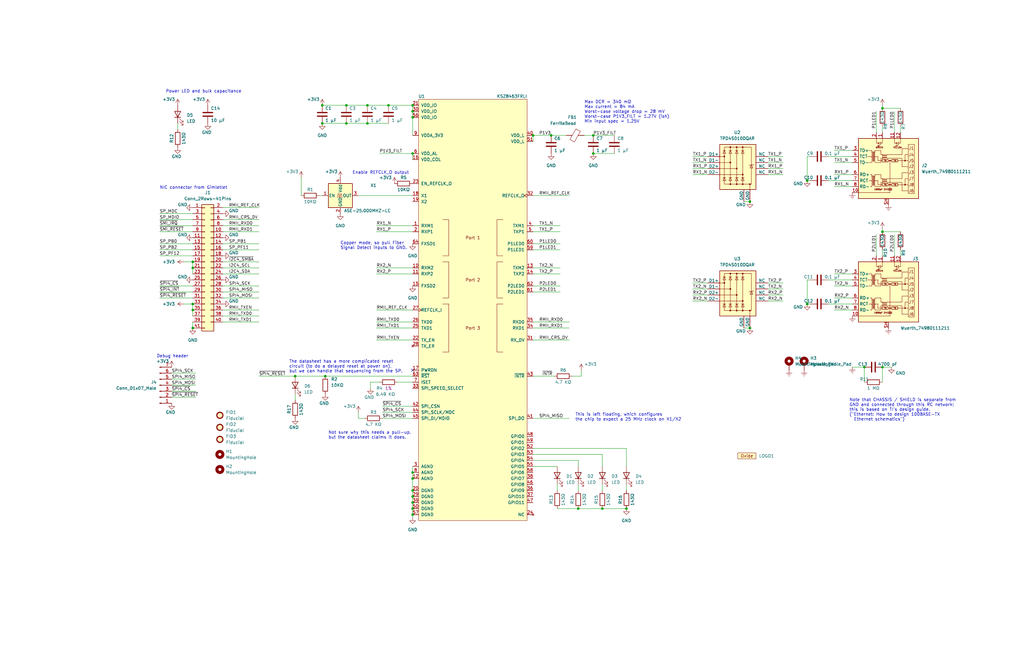
<source format=kicad_sch>
(kicad_sch (version 20211123) (generator eeschema)
  (paper "B")
  (title_block (title "Gimletlet NIC 2") (rev "A01") (company "Oxide Computer Company"))
  (junction (at 316.23 85.09))
  (junction (at 146.05 52.07))
  (junction (at 173.99 64.77))
  (junction (at 81.28 130.81))
  (junction (at 173.99 199.39))
  (junction (at 163.83 44.45))
  (junction (at 173.99 209.55))
  (junction (at 173.99 46.99))
  (junction (at 250.19 57.15))
  (junction (at 81.28 128.27))
  (junction (at 264.16 214.63))
  (junction (at 81.28 113.03))
  (junction (at 250.19 64.77))
  (junction (at 173.99 214.63))
  (junction (at 173.99 212.09))
  (junction (at 372.11 45.72))
  (junction (at 154.94 44.45))
  (junction (at 81.28 110.49))
  (junction (at 81.28 138.43))
  (junction (at 173.99 49.53))
  (junction (at 316.23 138.43))
  (junction (at 340.36 128.27))
  (junction (at 243.84 214.63))
  (junction (at 340.36 76.2))
  (junction (at 173.99 207.01))
  (junction (at 224.79 57.15))
  (junction (at 372.11 154.94))
  (junction (at 124.46 158.75))
  (junction (at 173.99 217.17))
  (junction (at 146.05 44.45))
  (junction (at 364.49 154.94))
  (junction (at 232.41 57.15))
  (junction (at 254 214.63))
  (junction (at 135.89 44.45))
  (junction (at 154.94 52.07))
  (junction (at 135.89 52.07))
  (junction (at 137.16 158.75))
  (junction (at 372.11 97.79))
  (junction (at 173.99 44.45))
  (junction (at 173.99 201.93))
  (no_connect (at 173.99 156.21))
  (wire (pts (xy 224.79 115.57) (xy 236.22 115.57)))
  (wire (pts (xy 341.63 66.04) (xy 340.36 66.04)))
  (wire (pts (xy 93.98 135.89) (xy 109.22 135.89)))
  (wire (pts (xy 93.98 120.65) (xy 109.22 120.65)))
  (wire (pts (xy 234.95 207.01) (xy 234.95 204.47)))
  (wire (pts (xy 375.92 154.94) (xy 372.11 154.94)))
  (wire (pts (xy 264.16 189.23) (xy 264.16 196.85)))
  (wire (pts (xy 250.19 64.77) (xy 259.08 64.77)))
  (wire (pts (xy 224.79 113.03) (xy 236.22 113.03)))
  (wire (pts (xy 243.84 194.31) (xy 243.84 196.85)))
  (wire (pts (xy 224.79 194.31) (xy 243.84 194.31)))
  (wire (pts (xy 292.1 121.92) (xy 298.45 121.92)))
  (wire (pts (xy 323.85 71.12) (xy 330.2 71.12)))
  (wire (pts (xy 224.79 138.43) (xy 240.03 138.43)))
  (wire (pts (xy 224.79 82.55) (xy 240.03 82.55)))
  (wire (pts (xy 161.29 176.53) (xy 173.99 176.53)))
  (wire (pts (xy 292.1 68.58) (xy 298.45 68.58)))
  (wire (pts (xy 224.79 176.53) (xy 240.03 176.53)))
  (wire (pts (xy 369.57 46.99) (xy 369.57 55.88)))
  (wire (pts (xy 379.73 105.41) (xy 379.73 107.95)))
  (wire (pts (xy 372.11 53.34) (xy 372.11 55.88)))
  (wire (pts (xy 254 191.77) (xy 254 196.85)))
  (wire (pts (xy 67.31 125.73) (xy 81.28 125.73)))
  (wire (pts (xy 173.99 46.99) (xy 173.99 44.45)))
  (wire (pts (xy 93.98 97.79) (xy 109.22 97.79)))
  (wire (pts (xy 224.79 191.77) (xy 254 191.77)))
  (wire (pts (xy 340.36 66.04) (xy 340.36 76.2)))
  (wire (pts (xy 135.89 52.07) (xy 146.05 52.07)))
  (wire (pts (xy 224.79 120.65) (xy 236.22 120.65)))
  (wire (pts (xy 292.1 71.12) (xy 298.45 71.12)))
  (wire (pts (xy 173.99 214.63) (xy 173.99 217.17)))
  (wire (pts (xy 323.85 68.58) (xy 330.2 68.58)))
  (wire (pts (xy 349.25 118.11) (xy 359.41 118.11)))
  (wire (pts (xy 93.98 113.03) (xy 109.22 113.03)))
  (wire (pts (xy 67.31 120.65) (xy 81.28 120.65)))
  (wire (pts (xy 81.28 135.89) (xy 81.28 138.43)))
  (wire (pts (xy 156.21 163.83) (xy 156.21 161.29)))
  (wire (pts (xy 137.16 158.75) (xy 173.99 158.75)))
  (wire (pts (xy 93.98 87.63) (xy 109.22 87.63)))
  (wire (pts (xy 173.99 212.09) (xy 173.99 214.63)))
  (wire (pts (xy 292.1 124.46) (xy 298.45 124.46)))
  (wire (pts (xy 349.25 76.2) (xy 359.41 76.2)))
  (wire (pts (xy 109.22 158.75) (xy 124.46 158.75)))
  (wire (pts (xy 379.73 53.34) (xy 379.73 55.88)))
  (wire (pts (xy 81.28 115.57) (xy 81.28 113.03)))
  (wire (pts (xy 323.85 121.92) (xy 330.2 121.92)))
  (wire (pts (xy 323.85 127) (xy 330.2 127)))
  (wire (pts (xy 377.19 46.99) (xy 377.19 55.88)))
  (wire (pts (xy 224.79 59.69) (xy 224.79 57.15)))
  (wire (pts (xy 93.98 130.81) (xy 109.22 130.81)))
  (wire (pts (xy 173.99 199.39) (xy 173.99 201.93)))
  (wire (pts (xy 224.79 105.41) (xy 236.22 105.41)))
  (wire (pts (xy 351.79 73.66) (xy 359.41 73.66)))
  (wire (pts (xy 372.11 96.52) (xy 372.11 97.79)))
  (wire (pts (xy 351.79 120.65) (xy 359.41 120.65)))
  (wire (pts (xy 163.83 44.45) (xy 154.94 44.45)))
  (wire (pts (xy 349.25 128.27) (xy 359.41 128.27)))
  (wire (pts (xy 372.11 45.72) (xy 379.73 45.72)))
  (wire (pts (xy 224.79 135.89) (xy 240.03 135.89)))
  (wire (pts (xy 377.19 99.06) (xy 377.19 107.95)))
  (wire (pts (xy 173.99 207.01) (xy 173.99 209.55)))
  (wire (pts (xy 241.3 158.75) (xy 245.11 158.75)))
  (wire (pts (xy 245.11 158.75) (xy 245.11 156.21)))
  (wire (pts (xy 158.75 95.25) (xy 173.99 95.25)))
  (wire (pts (xy 173.99 64.77) (xy 173.99 67.31)))
  (wire (pts (xy 81.28 113.03) (xy 81.28 110.49)))
  (wire (pts (xy 67.31 95.25) (xy 81.28 95.25)))
  (wire (pts (xy 359.41 154.94) (xy 364.49 154.94)))
  (wire (pts (xy 372.11 105.41) (xy 372.11 107.95)))
  (wire (pts (xy 264.16 207.01) (xy 264.16 204.47)))
  (wire (pts (xy 158.75 135.89) (xy 173.99 135.89)))
  (wire (pts (xy 93.98 105.41) (xy 109.22 105.41)))
  (wire (pts (xy 349.25 66.04) (xy 359.41 66.04)))
  (wire (pts (xy 341.63 76.2) (xy 340.36 76.2)))
  (wire (pts (xy 154.94 44.45) (xy 146.05 44.45)))
  (wire (pts (xy 292.1 127) (xy 298.45 127)))
  (wire (pts (xy 313.69 85.09) (xy 316.23 85.09)))
  (wire (pts (xy 323.85 73.66) (xy 330.2 73.66)))
  (wire (pts (xy 93.98 123.19) (xy 109.22 123.19)))
  (wire (pts (xy 124.46 168.91) (xy 124.46 166.37)))
  (wire (pts (xy 93.98 95.25) (xy 109.22 95.25)))
  (wire (pts (xy 351.79 125.73) (xy 359.41 125.73)))
  (wire (pts (xy 224.79 196.85) (xy 234.95 196.85)))
  (wire (pts (xy 254 207.01) (xy 254 204.47)))
  (wire (pts (xy 254 214.63) (xy 264.16 214.63)))
  (wire (pts (xy 224.79 123.19) (xy 236.22 123.19)))
  (wire (pts (xy 151.13 173.99) (xy 151.13 176.53)))
  (wire (pts (xy 173.99 49.53) (xy 173.99 57.15)))
  (wire (pts (xy 246.38 57.15) (xy 250.19 57.15)))
  (wire (pts (xy 160.02 64.77) (xy 173.99 64.77)))
  (wire (pts (xy 67.31 105.41) (xy 81.28 105.41)))
  (wire (pts (xy 161.29 173.99) (xy 173.99 173.99)))
  (wire (pts (xy 151.13 176.53) (xy 153.67 176.53)))
  (wire (pts (xy 93.98 110.49) (xy 109.22 110.49)))
  (wire (pts (xy 313.69 138.43) (xy 316.23 138.43)))
  (wire (pts (xy 351.79 130.81) (xy 359.41 130.81)))
  (wire (pts (xy 340.36 118.11) (xy 340.36 128.27)))
  (wire (pts (xy 67.31 107.95) (xy 81.28 107.95)))
  (wire (pts (xy 72.39 162.56) (xy 82.55 162.56)))
  (wire (pts (xy 93.98 125.73) (xy 109.22 125.73)))
  (wire (pts (xy 250.19 57.15) (xy 259.08 57.15)))
  (wire (pts (xy 67.31 97.79) (xy 81.28 97.79)))
  (wire (pts (xy 156.21 161.29) (xy 160.02 161.29)))
  (wire (pts (xy 81.28 130.81) (xy 81.28 128.27)))
  (wire (pts (xy 146.05 52.07) (xy 154.94 52.07)))
  (wire (pts (xy 124.46 158.75) (xy 137.16 158.75)))
  (wire (pts (xy 158.75 130.81) (xy 173.99 130.81)))
  (wire (pts (xy 67.31 123.19) (xy 81.28 123.19)))
  (wire (pts (xy 93.98 92.71) (xy 109.22 92.71)))
  (wire (pts (xy 72.39 165.1) (xy 82.55 165.1)))
  (wire (pts (xy 340.36 118.11) (xy 341.63 118.11)))
  (wire (pts (xy 364.49 154.94) (xy 364.49 161.29)))
  (wire (pts (xy 77.47 128.27) (xy 81.28 128.27)))
  (wire (pts (xy 224.79 102.87) (xy 236.22 102.87)))
  (wire (pts (xy 243.84 214.63) (xy 254 214.63)))
  (wire (pts (xy 161.29 171.45) (xy 173.99 171.45)))
  (wire (pts (xy 224.79 95.25) (xy 236.22 95.25)))
  (wire (pts (xy 154.94 52.07) (xy 163.83 52.07)))
  (wire (pts (xy 67.31 92.71) (xy 81.28 92.71)))
  (wire (pts (xy 351.79 115.57) (xy 359.41 115.57)))
  (wire (pts (xy 67.31 90.17) (xy 81.28 90.17)))
  (wire (pts (xy 232.41 57.15) (xy 238.76 57.15)))
  (wire (pts (xy 351.79 78.74) (xy 359.41 78.74)))
  (wire (pts (xy 93.98 115.57) (xy 109.22 115.57)))
  (wire (pts (xy 93.98 102.87) (xy 109.22 102.87)))
  (wire (pts (xy 243.84 207.01) (xy 243.84 204.47)))
  (wire (pts (xy 323.85 119.38) (xy 330.2 119.38)))
  (wire (pts (xy 158.75 97.79) (xy 173.99 97.79)))
  (wire (pts (xy 167.64 161.29) (xy 173.99 161.29)))
  (wire (pts (xy 158.75 138.43) (xy 173.99 138.43)))
  (wire (pts (xy 224.79 158.75) (xy 233.68 158.75)))
  (wire (pts (xy 93.98 133.35) (xy 109.22 133.35)))
  (wire (pts (xy 224.79 143.51) (xy 240.03 143.51)))
  (wire (pts (xy 74.93 54.61) (xy 74.93 52.07)))
  (wire (pts (xy 292.1 66.04) (xy 298.45 66.04)))
  (wire (pts (xy 292.1 73.66) (xy 298.45 73.66)))
  (wire (pts (xy 372.11 97.79) (xy 379.73 97.79)))
  (wire (pts (xy 351.79 63.5) (xy 359.41 63.5)))
  (wire (pts (xy 224.79 189.23) (xy 264.16 189.23)))
  (wire (pts (xy 173.99 44.45) (xy 163.83 44.45)))
  (wire (pts (xy 173.99 49.53) (xy 173.99 46.99)))
  (wire (pts (xy 323.85 66.04) (xy 330.2 66.04)))
  (wire (pts (xy 72.39 167.64) (xy 82.55 167.64)))
  (wire (pts (xy 372.11 154.94) (xy 372.11 161.29)))
  (wire (pts (xy 158.75 143.51) (xy 173.99 143.51)))
  (wire (pts (xy 340.36 128.27) (xy 341.63 128.27)))
  (wire (pts (xy 151.13 82.55) (xy 173.99 82.55)))
  (wire (pts (xy 77.47 110.49) (xy 81.28 110.49)))
  (wire (pts (xy 234.95 214.63) (xy 243.84 214.63)))
  (wire (pts (xy 67.31 102.87) (xy 81.28 102.87)))
  (wire (pts (xy 224.79 57.15) (xy 232.41 57.15)))
  (wire (pts (xy 173.99 196.85) (xy 173.99 199.39)))
  (wire (pts (xy 72.39 160.02) (xy 82.55 160.02)))
  (wire (pts (xy 351.79 68.58) (xy 359.41 68.58)))
  (wire (pts (xy 173.99 209.55) (xy 173.99 212.09)))
  (wire (pts (xy 158.75 113.03) (xy 173.99 113.03)))
  (wire (pts (xy 173.99 201.93) (xy 173.99 207.01)))
  (wire (pts (xy 323.85 124.46) (xy 330.2 124.46)))
  (wire (pts (xy 127 74.93) (xy 127 82.55)))
  (wire (pts (xy 72.39 157.48) (xy 82.55 157.48)))
  (wire (pts (xy 369.57 99.06) (xy 369.57 107.95)))
  (wire (pts (xy 173.99 217.17) (xy 173.99 218.44)))
  (wire (pts (xy 292.1 119.38) (xy 298.45 119.38)))
  (wire (pts (xy 81.28 133.35) (xy 81.28 130.81)))
  (wire (pts (xy 372.11 45.72) (xy 372.11 44.45)))
  (wire (pts (xy 224.79 97.79) (xy 236.22 97.79)))
  (wire (pts (xy 146.05 44.45) (xy 135.89 44.45)))
  (wire (pts (xy 158.75 115.57) (xy 173.99 115.57)))
  (wire (pts (xy 134.62 82.55) (xy 135.89 82.55)))
  (text "Note that CHASSIS / SHIELD is separate from\nGND and connected through this RC network;\nthis is based on TI's design guide.\n(\"Ethernet: How to design 100BASE-TX\n  Ethernet schematics\")" (at 358.14 177.8 0) (effects (font (size 1.27 1.27)) (justify left bottom)))
  (text "Enable REFCLK_O output" (at 148.59 73.66 0) (effects (font (size 1.27 1.27)) (justify left bottom)))
  (text "The datasheet has a more complicated reset\ncircuit (to do a delayed reset at power on),\nbut we can handle that sequencing from the SP." (at 121.92 157.48 0) (effects (font (size 1.27 1.27)) (justify left bottom)))
  (text "Not sure why this needs a pull-up,\nbut the datasheet claims it does." (at 138.43 185.42 0) (effects (font (size 1.27 1.27)) (justify left bottom)))
  (text "Debug header" (at 66.04 151.13 0) (effects (font (size 1.27 1.27)) (justify left bottom)))
  (text "Copper mode, so pull Fiber\nSignal Detect inputs to GND." (at 143.51 105.41 0) (effects (font (size 1.27 1.27)) (justify left bottom)))
  (text "Max DCR = 340 mΩ\nMax current = 84 mA\nWorst-case voltage drop = 28 mV\nWorst-case P1V3_FILT = 1.27V (ish)\nMin input spec = 1.25V" (at 246.38 52.07 0) (effects (font (size 1.27 1.27)) (justify left bottom)))
  (text "This is left floating, which configures\nthe chip to expect a 25 MHz clock on X1/X2" (at 242.57 177.8 0) (effects (font (size 1.27 1.27)) (justify left bottom)))
  (text "NIC connector from Gimletlet" (at 67.31 80.01 0) (effects (font (size 1.27 1.27)) (justify left bottom)))
  (text "Power LED and bulk capacitance" (at 69.85 39.37 0) (effects (font (size 1.27 1.27)) (justify left bottom)))
  (label "SPI4_MISO" (at 96.52 123.19 0))
  (label "I2C4_SCL" (at 96.52 113.03 0))
  (label "~{SPI4_CS}" (at 72.39 165.1 0))
  (label "TX2_N" (at 292.1 121.92 0))
  (label "TX1_P" (at 292.1 66.04 0))
  (label "RX1_N" (at 292.1 73.66 0))
  (label "RX2_P" (at 158.75 115.57 0))
  (label "~{SPI4_RESET}" (at 72.39 167.64 0))
  (label "RX1_N" (at 323.85 73.66 0))
  (label "~{SMI_IRQ}" (at 67.31 95.25 0))
  (label "P1LED0" (at 377.19 46.99 270))
  (label "TX2_N" (at 227.33 113.03 0))
  (label "RX2_N" (at 351.79 130.81 0))
  (label "RMII_CRS_DV" (at 96.52 92.71 0))
  (label "RMII_RXD1" (at 227.33 138.43 0))
  (label "TX2_P" (at 227.33 115.57 0))
  (label "RMII_TXD0" (at 96.52 133.35 0))
  (label "~{INTR}" (at 228.6 158.75 0))
  (label "SPI4_SCK" (at 161.29 173.99 0))
  (label "RMII_REF_CLK" (at 158.75 130.81 0))
  (label "SP_MDC" (at 67.31 90.17 0))
  (label "RMII_RXD0" (at 96.52 95.25 0))
  (label "RMII_TXD1" (at 96.52 135.89 0))
  (label "~{SPI4_RESET}" (at 67.31 125.73 0))
  (label "TX1_N" (at 351.79 68.58 0))
  (label "SPI4_SCK" (at 72.39 157.48 0))
  (label "TX2_N" (at 351.79 120.65 0))
  (label "TX1_P" (at 351.79 63.5 0))
  (label "RX2_N" (at 292.1 127 0))
  (label "TX1_P" (at 227.33 97.79 0))
  (label "SP_MDIO" (at 67.31 92.71 0))
  (label "TX1_N" (at 227.33 95.25 0))
  (label "SP_PF12" (at 67.31 107.95 0))
  (label "TX2_P" (at 323.85 119.38 0))
  (label "SPI4_MISO" (at 227.33 176.53 0))
  (label "SP_PB1" (at 96.52 102.87 0))
  (label "RMII_TXEN" (at 96.52 130.81 0))
  (label "I2C4_SDA" (at 96.52 115.57 0))
  (label "RMII_CRS_DV" (at 227.33 143.51 0))
  (label "P2LED1" (at 227.33 123.19 0))
  (label "TX1_N" (at 323.85 68.58 0))
  (label "RMII_RXD0" (at 227.33 135.89 0))
  (label "RX1_P" (at 292.1 71.12 0))
  (label "TX1_P" (at 323.85 66.04 0))
  (label "RMII_REF_CLK" (at 227.33 82.55 0))
  (label "TX2_P" (at 351.79 115.57 0))
  (label "RMII_REF_CLK" (at 96.52 87.63 0))
  (label "SPI4_MOSI" (at 72.39 162.56 0))
  (label "P2LED0" (at 227.33 120.65 0))
  (label "~{SPI4_INT}" (at 67.31 123.19 0))
  (label "P1LED1" (at 369.57 46.99 270))
  (label "P1V3_FILT" (at 160.02 64.77 0))
  (label "RX1_P" (at 158.75 97.79 0))
  (label "TX2_N" (at 323.85 121.92 0))
  (label "P1V3" (at 227.33 57.15 0))
  (label "SPI4_MOSI" (at 96.52 125.73 0))
  (label "RX2_N" (at 158.75 113.03 0))
  (label "~{SMI_RESET}" (at 67.31 97.79 0))
  (label "~{SPI4_CS}" (at 161.29 171.45 0))
  (label "RX1_P" (at 351.79 73.66 0))
  (label "RMII_TXD1" (at 158.75 138.43 0))
  (label "RMII_RXD1" (at 96.52 97.79 0))
  (label "P1V3_FILT" (at 250.19 57.15 0))
  (label "RMII_TXEN" (at 158.75 143.51 0))
  (label "P2LED0" (at 377.19 99.06 270))
  (label "RX1_N" (at 158.75 95.25 0))
  (label "RMII_TXD0" (at 158.75 135.89 0))
  (label "P1LED1" (at 227.33 105.41 0))
  (label "RX1_N" (at 351.79 78.74 0))
  (label "~{SPI4_CS}" (at 67.31 120.65 0))
  (label "RX1_P" (at 323.85 71.12 0))
  (label "P1LED0" (at 227.33 102.87 0))
  (label "SP_PB0" (at 67.31 102.87 0))
  (label "SPI4_SCK" (at 96.52 120.65 0))
  (label "TX1_N" (at 292.1 68.58 0))
  (label "SPI4_MOSI" (at 161.29 176.53 0))
  (label "~{I2C4_SMBA}" (at 96.52 110.49 0))
  (label "RX2_P" (at 292.1 124.46 0))
  (label "SPI4_MISO" (at 72.39 160.02 0))
  (label "RX2_N" (at 323.85 127 0))
  (label "RX2_P" (at 323.85 124.46 0))
  (label "RX2_P" (at 351.79 125.73 0))
  (label "P2LED1" (at 369.57 99.06 270))
  (label "SP_PB2" (at 67.31 105.41 0))
  (label "~{SPI4_RESET}" (at 109.22 158.75 0))
  (label "SP_PF11" (at 96.52 105.41 0))
  (label "TX2_P" (at 292.1 119.38 0))
  (symbol (lib_id "power:Earth") (at 374.65 138.43 0) (unit 1)
    (property "Reference" "#PWR035" (effects hide))
    (property "Value" "Earth" (effects hide))
  )
  (symbol (lib_id "Device:C") (at 345.44 66.04 270) (unit 1)
    (property "Reference" "C9" (at 342.9 64.77 90) (effects (justify right)))
    (property "Value" "0.1 µF" (at 354.33 64.77 90) (effects (justify right)))
    (property "Footprint" "Capacitor_SMD:C_0402_1005Metric" (effects hide))
    (property "MFG" "KEMET" (effects hide))
    (property "MPN" "C0402C104K9RAC7867" (effects hide))
  )
  (symbol (lib_id "power:GND") (at 173.99 102.87 0) (unit 1)
    (property "Reference" "#PWR022" (effects hide))
    (property "Value" "GND" (at 173.99 107.95 0))
  )
  (symbol (lib_id "Device:C") (at 135.89 48.26 180) (unit 1)
    (property "Reference" "C1" (at 137.16 45.72 0) (effects (justify right)))
    (property "Value" "1 µF" (at 137.16 50.8 0) (effects (justify right)))
    (property "Footprint" "Capacitor_SMD:C_0402_1005Metric" (effects hide))
    (property "MFG" "KEMET" (effects hide))
    (property "MPN" "C0402C105K9PAC7800" (effects hide))
  )
  (symbol (lib_id "Mechanical:MountingHole") (at 92.71 198.12 0) (unit 1)
    (property "Reference" "H2" (at 95.25 196.8499 0) (effects (justify left)))
    (property "Value" "MountingHole" (at 95.25 199.3899 0) (effects (justify left)))
    (property "Footprint" "MountingHole:MountingHole_3.2mm_M3" (effects hide))
  )
  (symbol (lib_id "power:GND") (at 340.36 128.27 0) (unit 1)
    (property "Reference" "#PWR030" (effects hide))
    (property "Value" "GND" (at 336.55 129.54 0))
  )
  (symbol (lib_id "power:GND") (at 340.36 76.2 0) (unit 1)
    (property "Reference" "#PWR028" (effects hide))
    (property "Value" "GND" (at 336.55 77.47 0))
  )
  (symbol (lib_id "power:GND") (at 143.51 90.17 0) (unit 1)
    (property "Reference" "#PWR018" (effects hide))
    (property "Value" "GND" (at 143.51 95.25 0))
  )
  (symbol (lib_id "Device:LED") (at 74.93 48.26 90) (unit 1)
    (property "Reference" "D5" (at 78.74 48.5774 90) (effects (justify right)))
    (property "Value" "LED" (at 78.74 51.1174 90) (effects (justify right)))
    (property "Footprint" "LED_SMD:LED_0402_1005Metric" (effects hide))
    (property "MFG" "SunLed" (effects hide))
    (property "MPN" "XZVG68W-2" (effects hide))
  )
  (symbol (lib_id "Power protection (Oxide):TPD4S010DQAR") (at 311.15 124.46 0) (unit 1)
    (property "Reference" "U3" (at 310.896 109.22 0))
    (property "Value" "TPD4S010DQAR" (at 310.896 111.76 0))
    (property "Footprint" "Package_SON:USON-10_2.5x1.0mm_P0.5mm" (effects hide))
    (property "Datasheet" "https://www.ti.com/lit/ds/symlink/tpd4s010.pdf" (effects hide))
    (property "MFG" "Texas Instruments" (effects hide))
    (property "MPN" "TPD4S010DQAR" (effects hide))
  )
  (symbol (lib_id "Device:R") (at 157.48 176.53 90) (unit 1)
    (property "Reference" "R3" (at 157.48 173.99 90))
    (property "Value" "4.7 KΩ" (at 157.48 179.07 90))
    (property "Footprint" "Resistor_SMD:R_0402_1005Metric" (effects hide))
    (property "MFG" "TE Connectivity" (effects hide))
    (property "MPN" "CRG0402F4K7" (effects hide))
  )
  (symbol (lib_name "TPD4S010DQAR_1") (lib_id "Power protection (Oxide):TPD4S010DQAR") (at 311.15 71.12 0) (unit 1)
    (property "Reference" "U2" (at 310.896 55.88 0))
    (property "Value" "TPD4S010DQAR" (at 310.896 58.42 0))
    (property "Footprint" "Package_SON:USON-10_2.5x1.0mm_P0.5mm" (effects hide))
    (property "Datasheet" "https://www.ti.com/lit/ds/symlink/tpd4s010.pdf" (effects hide))
    (property "MFG" "Texas Instruments" (effects hide))
    (property "MPN" "TPD4S010DQAR" (effects hide))
  )
  (symbol (lib_id "power:Earth") (at 339.09 156.21 0) (unit 1)
    (property "Reference" "#PWR0101" (effects hide))
    (property "Value" "Earth" (effects hide))
  )
  (symbol (lib_id "Device:C") (at 259.08 60.96 180) (unit 1)
    (property "Reference" "C8" (at 260.35 58.42 0) (effects (justify right)))
    (property "Value" "1 µF" (at 260.35 63.5 0) (effects (justify right)))
    (property "Footprint" "Capacitor_SMD:C_0402_1005Metric" (effects hide))
    (property "MFG" "KEMET" (effects hide))
    (property "MPN" "C0402C105K9PAC7800" (effects hide))
  )
  (symbol (lib_id "Device:R") (at 379.73 101.6 180) (unit 1)
    (property "Reference" "R9" (at 381 106.68 90))
    (property "Value" "143Ω" (at 379.73 101.6 90))
    (property "Footprint" "Resistor_SMD:R_0402_1005Metric" (effects hide))
    (property "MFG" "YAGEO" (effects hide))
    (property "MPN" "RC0402FR-07143RL" (effects hide))
  )
  (symbol (lib_id "Device:C") (at 250.19 60.96 180) (unit 1)
    (property "Reference" "C7" (at 251.46 58.42 0) (effects (justify right)))
    (property "Value" "1 µF" (at 251.46 63.5 0) (effects (justify right)))
    (property "Footprint" "Capacitor_SMD:C_0402_1005Metric" (effects hide))
    (property "MFG" "KEMET" (effects hide))
    (property "MPN" "C0402C105K9PAC7800" (effects hide))
  )
  (symbol (lib_id "Device:LED") (at 264.16 200.66 90) (unit 1)
    (property "Reference" "D4" (at 267.97 200.9774 90) (effects (justify right)))
    (property "Value" "LED" (at 267.97 203.5174 90) (effects (justify right)))
    (property "Footprint" "LED_SMD:LED_0402_1005Metric" (effects hide))
    (property "MFG" "Vishay Semiconductor Opto Division" (effects hide))
    (property "MPN" "VLMB1500-GS08" (effects hide))
  )
  (symbol (lib_id "power:+3.3V") (at 127 74.93 0) (unit 1)
    (property "Reference" "#PWR012" (effects hide))
    (property "Value" "+3.3V" (at 123.19 72.39 0))
  )
  (symbol (lib_id "power:+3.3V") (at 77.47 110.49 90) (unit 1)
    (property "Reference" "#PWR01" (effects hide))
    (property "Value" "+3.3V" (at 71.12 110.49 90))
  )
  (symbol (lib_id "power:GND") (at 173.99 120.65 0) (unit 1)
    (property "Reference" "#PWR023" (effects hide))
    (property "Value" "GND" (at 173.99 125.73 0))
  )
  (symbol (lib_id "Mechanical:MountingHole_Pad") (at 332.74 153.67 0) (unit 1)
    (property "Reference" "H4" (at 335.28 151.1299 0) (effects (justify left)))
    (property "Value" "MountingHole_Pad" (at 335.28 153.6699 0) (effects (justify left)))
    (property "Footprint" "MountingHole:MountingHole_3.2mm_M3_DIN965_Pad" (effects hide))
  )
  (symbol (lib_id "Connector_Generic:Conn_2Rows-41Pins") (at 86.36 113.03 0) (unit 1)
    (property "Reference" "J1" (at 87.63 81.28 0))
    (property "Value" "Conn_2Rows-41Pins" (at 87.63 83.82 0))
    (property "Footprint" "Connectors_0x:DF9-41P-1V" (effects hide))
    (property "MPN" "DF9-41P-1V(69)" (effects hide))
    (property "MFG" "Hirose" (effects hide))
  )
  (symbol (lib_id "power:+3.3V") (at 135.89 44.45 0) (unit 1)
    (property "Reference" "#PWR013" (effects hide))
    (property "Value" "+3.3V" (at 132.08 41.91 0))
  )
  (symbol (lib_id "Device:C") (at 345.44 76.2 270) (unit 1)
    (property "Reference" "C10" (at 342.9 74.93 90) (effects (justify right)))
    (property "Value" "0.1 µF" (at 354.33 74.93 90) (effects (justify right)))
    (property "Footprint" "Capacitor_SMD:C_0402_1005Metric" (effects hide))
    (property "MFG" "KEMET" (effects hide))
    (property "MPN" "C0402C104K9RAC7867" (effects hide))
  )
  (symbol (lib_id "Device:R") (at 170.18 77.47 90) (unit 1)
    (property "Reference" "R5" (at 170.18 74.93 90))
    (property "Value" "10KΩ" (at 170.18 80.01 90))
    (property "Footprint" "Resistor_SMD:R_0402_1005Metric" (effects hide))
    (property "MFG" "TE Connectivity" (effects hide))
    (property "MPN" "CRG0402F10K" (effects hide))
  )
  (symbol (lib_id "Device:R") (at 254 210.82 180) (unit 1)
    (property "Reference" "R15" (at 251.46 210.82 90))
    (property "Value" "143Ω" (at 256.54 210.82 90))
    (property "Footprint" "Resistor_SMD:R_0402_1005Metric" (effects hide))
    (property "MFG" "YAGEO" (effects hide))
    (property "MPN" "RC0402FR-07143RL" (effects hide))
  )
  (symbol (lib_id "Device:R") (at 124.46 172.72 180) (unit 1)
    (property "Reference" "R17" (at 121.92 172.72 90))
    (property "Value" "143Ω" (at 127 172.72 90))
    (property "Footprint" "Resistor_SMD:R_0402_1005Metric" (effects hide))
    (property "MFG" "YAGEO" (effects hide))
    (property "MPN" "RC0402FR-07143RL" (effects hide))
  )
  (symbol (lib_id "power:GND") (at 137.16 166.37 0) (unit 1)
    (property "Reference" "#PWR015" (effects hide))
    (property "Value" "GND" (at 134.62 170.18 0) (effects (justify left)))
  )
  (symbol (lib_id "power:+3.3V") (at 372.11 44.45 0) (unit 1)
    (property "Reference" "#PWR029" (effects hide))
    (property "Value" "+3.3V" (at 368.3 41.91 0))
  )
  (symbol (lib_id "Connector:Conn_01x07_Male") (at 67.31 162.56 0) (mirror x) (unit 1)
    (property "Reference" "J4" (at 66.04 161.2899 0) (effects (justify right)))
    (property "Value" "Conn_01x07_Male" (at 66.04 163.8299 0) (effects (justify right)))
    (property "Footprint" "Connector_PinHeader_2.54mm:PinHeader_1x07_P2.54mm_Vertical" (effects hide))
  )
  (symbol (lib_id "Connector:Wuerth_74980111211") (at 374.65 123.19 0) (mirror y) (unit 1)
    (property "Reference" "J3" (at 384.81 109.22 0) (effects (justify right)))
    (property "Value" "Wuerth_74980111211" (at 379.73 138.43 0) (effects (justify right)))
    (property "Footprint" "Connector_RJ:RJ45_Wuerth_74980111211_Horizontal" (effects hide))
    (property "Datasheet" "https://www.we-online.de/katalog/datasheet/74980111211.pdf" (effects hide))
    (property "MFG" "Würth Elektronik" (effects hide))
    (property "MPN" "74980111211" (effects hide))
  )
  (symbol (lib_id "Device:R") (at 234.95 210.82 180) (unit 1)
    (property "Reference" "R13" (at 232.41 210.82 90))
    (property "Value" "143Ω" (at 237.49 210.82 90))
    (property "Footprint" "Resistor_SMD:R_0402_1005Metric" (effects hide))
    (property "MFG" "YAGEO" (effects hide))
    (property "MPN" "RC0402FR-07143RL" (effects hide))
  )
  (symbol (lib_id "power:Earth") (at 359.41 133.35 0) (unit 1)
    (property "Reference" "#PWR033" (effects hide))
    (property "Value" "Earth" (effects hide))
  )
  (symbol (lib_id "Device:R") (at 379.73 49.53 180) (unit 1)
    (property "Reference" "R7" (at 381 53.34 90))
    (property "Value" "143Ω" (at 379.73 49.53 90))
    (property "Footprint" "Resistor_SMD:R_0402_1005Metric" (effects hide))
    (property "MFG" "YAGEO" (effects hide))
    (property "MPN" "RC0402FR-07143RL" (effects hide))
  )
  (symbol (lib_id "power:GND") (at 375.92 154.94 0) (unit 1)
    (property "Reference" "#PWR037" (effects hide))
    (property "Value" "GND" (at 379.73 157.48 0))
  )
  (symbol (lib_id "Device:LED") (at 243.84 200.66 90) (unit 1)
    (property "Reference" "D2" (at 247.65 200.9774 90) (effects (justify right)))
    (property "Value" "LED" (at 247.65 203.5174 90) (effects (justify right)))
    (property "Footprint" "LED_SMD:LED_0402_1005Metric" (effects hide))
    (property "MFG" "SunLed" (effects hide))
    (property "MPN" "XZMOK68W-2" (effects hide))
  )
  (symbol (lib_id "power:Earth") (at 332.74 156.21 0) (unit 1)
    (property "Reference" "#PWR0102" (effects hide))
    (property "Value" "Earth" (effects hide))
  )
  (symbol (lib_id "power:GND") (at 81.28 118.11 270) (unit 1)
    (property "Reference" "#PWR05" (effects hide))
    (property "Value" "GND" (at 74.93 116.84 90) (effects (justify left)))
  )
  (symbol (lib_id "Device:C") (at 232.41 60.96 180) (unit 1)
    (property "Reference" "C6" (at 233.68 58.42 0) (effects (justify right)))
    (property "Value" "1 µF" (at 233.68 63.5 0) (effects (justify right)))
    (property "Footprint" "Capacitor_SMD:C_0402_1005Metric" (effects hide))
    (property "MFG" "KEMET" (effects hide))
    (property "MPN" "C0402C105K9PAC7800" (effects hide))
  )
  (symbol (lib_id "power:GND") (at 87.63 52.07 0) (unit 1)
    (property "Reference" "#PWR041" (effects hide))
    (property "Value" "GND" (at 85.09 55.88 0) (effects (justify left)))
  )
  (symbol (lib_id "power:+3.3V") (at 372.11 96.52 0) (unit 1)
    (property "Reference" "#PWR031" (effects hide))
    (property "Value" "+3.3V" (at 368.3 93.98 0))
  )
  (symbol (lib_id "Device:C") (at 345.44 128.27 270) (unit 1)
    (property "Reference" "C12" (at 342.9 127 90) (effects (justify right)))
    (property "Value" "0.1 µF" (at 354.33 127 90) (effects (justify right)))
    (property "Footprint" "Capacitor_SMD:C_0402_1005Metric" (effects hide))
    (property "MFG" "KEMET" (effects hide))
    (property "MPN" "C0402C104K9RAC7867" (effects hide))
  )
  (symbol (lib_id "Device:R") (at 74.93 58.42 180) (unit 1)
    (property "Reference" "R12" (at 72.39 58.42 90))
    (property "Value" "143Ω" (at 77.47 58.42 90))
    (property "Footprint" "Resistor_SMD:R_0402_1005Metric" (effects hide))
    (property "MFG" "YAGEO" (effects hide))
    (property "MPN" "RC0402FR-07143RL" (effects hide))
  )
  (symbol (lib_id "power:GND") (at 316.23 138.43 0) (unit 1)
    (property "Reference" "#PWR044" (effects hide))
    (property "Value" "GND" (at 312.42 139.7 0))
  )
  (symbol (lib_id "Device:R") (at 130.81 82.55 90) (unit 1)
    (property "Reference" "R1" (at 130.81 80.01 90))
    (property "Value" "10KΩ" (at 130.81 85.09 90))
    (property "Footprint" "Resistor_SMD:R_0402_1005Metric" (effects hide))
    (property "MFG" "TE Connectivity" (effects hide))
    (property "MPN" "CRG0402F10K" (effects hide))
  )
  (symbol (lib_id "power:GND") (at 93.98 90.17 90) (unit 1)
    (property "Reference" "#PWR07" (effects hide))
    (property "Value" "GND" (at 96.52 88.9 90) (effects (justify right)))
  )
  (symbol (lib_id "Device:R") (at 243.84 210.82 180) (unit 1)
    (property "Reference" "R14" (at 241.3 210.82 90))
    (property "Value" "143Ω" (at 246.38 210.82 90))
    (property "Footprint" "Resistor_SMD:R_0402_1005Metric" (effects hide))
    (property "MFG" "YAGEO" (effects hide))
    (property "MPN" "RC0402FR-07143RL" (effects hide))
  )
  (symbol (lib_id "power:GND") (at 74.93 62.23 0) (unit 1)
    (property "Reference" "#PWR039" (effects hide))
    (property "Value" "GND" (at 72.39 66.04 0) (effects (justify left)))
  )
  (symbol (lib_id "power:GND") (at 93.98 118.11 90) (unit 1)
    (property "Reference" "#PWR010" (effects hide))
    (property "Value" "GND" (at 96.52 116.84 90) (effects (justify right)))
  )
  (symbol (lib_id "power:GND") (at 81.28 138.43 0) (unit 1)
    (property "Reference" "#PWR06" (effects hide))
    (property "Value" "GND" (at 81.28 143.51 0))
  )
  (symbol (lib_id "Oscillator:ASE-xxxMHz") (at 143.51 82.55 0) (unit 1)
    (property "Reference" "X1" (at 157.48 78.2193 0))
    (property "Value" "ASE-25.000MHZ-LC" (at 154.94 88.9 0))
    (property "Footprint" "Oscillator:Oscillator_SMD_Abracon_ASE-4Pin_3.2x2.5mm" (effects hide))
    (property "Datasheet" "http://www.abracon.com/Oscillators/ASV.pdf" (effects hide))
    (property "MFG" "Abracon LLC" (effects hide))
    (property "MPN" "ASE-25.000MHZ-LC-T" (effects hide))
  )
  (symbol (lib_id "Device:C") (at 154.94 48.26 180) (unit 1)
    (property "Reference" "C4" (at 156.21 45.72 0) (effects (justify right)))
    (property "Value" "1 µF" (at 156.21 50.8 0) (effects (justify right)))
    (property "Footprint" "Capacitor_SMD:C_0402_1005Metric" (effects hide))
    (property "MFG" "KEMET" (effects hide))
    (property "MPN" "C0402C105K9PAC7800" (effects hide))
  )
  (symbol (lib_id "Mechanical:MountingHole") (at 92.71 191.77 0) (unit 1)
    (property "Reference" "H1" (at 95.25 190.4999 0) (effects (justify left)))
    (property "Value" "MountingHole" (at 95.25 193.0399 0) (effects (justify left)))
    (property "Footprint" "MountingHole:MountingHole_3.2mm_M3" (effects hide))
  )
  (symbol (lib_id "power:GND") (at 232.41 64.77 0) (unit 1)
    (property "Reference" "#PWR025" (effects hide))
    (property "Value" "GND" (at 232.41 69.85 0))
  )
  (symbol (lib_id "power:GND") (at 250.19 64.77 0) (unit 1)
    (property "Reference" "#PWR027" (effects hide))
    (property "Value" "GND" (at 250.19 69.85 0))
  )
  (symbol (lib_id "Logos_0x:LOGO") (at 314.96 194.31 0) (unit 1) (in_bom no)
    (property "Reference" "LOGO1" (at 320.04 192.4049 0) (effects (justify left)))
    (property "Value" "LOGO" (effects hide))
    (property "Footprint" "Logos_0x:OXIDE_Wordmark" (effects hide))
  )
  (symbol (lib_id "power:GND") (at 93.98 128.27 90) (unit 1)
    (property "Reference" "#PWR011" (effects hide))
    (property "Value" "GND" (at 96.52 127 90) (effects (justify right)))
  )
  (symbol (lib_id "Device:R") (at 237.49 158.75 90) (unit 1)
    (property "Reference" "R6" (at 237.49 156.21 90))
    (property "Value" "4.7 KΩ" (at 237.49 161.29 90))
    (property "Footprint" "Resistor_SMD:R_0402_1005Metric" (effects hide))
    (property "MFG" "TE Connectivity" (effects hide))
    (property "MPN" "CRG0402F4K7" (effects hide))
  )
  (symbol (lib_id "power:+3.3V") (at 166.37 77.47 0) (unit 1)
    (property "Reference" "#PWR021" (effects hide))
    (property "Value" "+3.3V" (at 162.56 74.93 0))
  )
  (symbol (lib_id "power:Earth") (at 359.41 81.28 0) (unit 1)
    (property "Reference" "#PWR032" (effects hide))
    (property "Value" "Earth" (effects hide))
  )
  (symbol (lib_id "Device:LED") (at 254 200.66 90) (unit 1)
    (property "Reference" "D3" (at 257.81 200.9774 90) (effects (justify right)))
    (property "Value" "LED" (at 257.81 203.5174 90) (effects (justify right)))
    (property "Footprint" "LED_SMD:LED_0402_1005Metric" (effects hide))
    (property "MFG" "SunLed" (effects hide))
    (property "MPN" "XZVGR68W-3" (effects hide))
  )
  (symbol (lib_id "Device:LED") (at 234.95 200.66 90) (unit 1)
    (property "Reference" "D1" (at 238.76 200.9774 90) (effects (justify right)))
    (property "Value" "LED" (at 238.76 203.5174 90) (effects (justify right)))
    (property "Footprint" "LED_SMD:LED_0402_1005Metric" (effects hide))
    (property "MFG" "SunLed" (effects hide))
    (property "MPN" "XZMDK68W-2" (effects hide))
  )
  (symbol (lib_id "power:+3.3V") (at 74.93 44.45 0) (unit 1)
    (property "Reference" "#PWR038" (effects hide))
    (property "Value" "+3.3V" (at 71.12 41.91 0))
  )
  (symbol (lib_id "Device:FerriteBead") (at 242.57 57.15 90) (unit 1)
    (property "Reference" "FB1" (at 241.3 49.53 90))
    (property "Value" "FerriteBead" (at 237.49 52.07 90))
    (property "Footprint" "Resistor_SMD:R_0402_1005Metric" (effects hide))
    (property "MPN" "BLM15AX601SN1D" (effects hide))
    (property "MFG" "Murata Electronics" (effects hide))
  )
  (symbol (lib_id "Ethernet (Oxide):KSZ8463FRLI") (at 199.39 130.81 0) (unit 1)
    (property "Reference" "U1" (at 177.8 40.64 0))
    (property "Value" "KSZ8463FRLI" (at 215.9 40.64 0))
    (property "Footprint" "Package_QFP:LQFP-64_10x10mm_P0.5mm" (effects hide))
    (property "Datasheet" "https://ww1.microchip.com/downloads/en/DeviceDoc/IEEE1588-Precision-Time-Protocol-Enabled-Three-Port-10-100-Managed-Switch-with-MII-or-RMII-DS00002642A.pdf" (effects hide))
    (property "MFG" "Microchip Technology" (effects hide))
    (property "MPN" "KSZ8463FRLI" (effects hide))
  )
  (symbol (lib_id "Device:C") (at 163.83 48.26 180) (unit 1)
    (property "Reference" "C5" (at 165.1 45.72 0) (effects (justify right)))
    (property "Value" "1 µF" (at 165.1 50.8 0) (effects (justify right)))
    (property "Footprint" "Capacitor_SMD:C_0402_1005Metric" (effects hide))
    (property "MFG" "KEMET" (effects hide))
    (property "MPN" "C0402C105K9PAC7800" (effects hide))
  )
  (symbol (lib_id "Device:R") (at 163.83 161.29 90) (unit 1)
    (property "Reference" "R4" (at 160.02 163.83 90))
    (property "Value" "6.49 KΩ" (at 162.56 166.37 90))
    (property "Footprint" "Resistor_SMD:R_0402_1005Metric" (effects hide))
    (property "Precision" "1%" (at 163.83 163.83 90))
    (property "MFG" "YAGEO" (effects hide))
    (property "MPN" "RC0402FR-076K49L" (effects hide))
  )
  (symbol (lib_id "power:GND") (at 93.98 100.33 90) (unit 1)
    (property "Reference" "#PWR08" (effects hide))
    (property "Value" "GND" (at 96.52 99.06 90) (effects (justify right)))
  )
  (symbol (lib_id "power:GND") (at 173.99 218.44 0) (unit 1)
    (property "Reference" "#PWR024" (effects hide))
    (property "Value" "GND" (at 173.99 223.52 0))
  )
  (symbol (lib_id "power:GND") (at 124.46 176.53 0) (unit 1)
    (property "Reference" "#PWR045" (effects hide))
    (property "Value" "GND" (at 121.92 180.34 0) (effects (justify left)))
  )
  (symbol (lib_id "power:GND") (at 93.98 107.95 90) (unit 1)
    (property "Reference" "#PWR09" (effects hide))
    (property "Value" "GND" (at 96.52 106.68 90) (effects (justify right)))
  )
  (symbol (lib_id "Device:C") (at 368.3 154.94 270) (unit 1)
    (property "Reference" "C13" (at 365.76 153.67 90) (effects (justify right)))
    (property "Value" "4700 pF" (at 378.46 153.67 90) (effects (justify right)))
    (property "Footprint" "Capacitor_SMD:C_0402_1005Metric" (effects hide))
    (property "MFG" "KEMET" (effects hide))
    (property "MPN" "C0402C472K3RAC7867" (effects hide))
  )
  (symbol (lib_id "power:Earth") (at 374.65 86.36 0) (unit 1)
    (property "Reference" "#PWR034" (effects hide))
    (property "Value" "Earth" (effects hide))
  )
  (symbol (lib_id "power:+3.3V") (at 151.13 173.99 0) (unit 1)
    (property "Reference" "#PWR019" (effects hide))
    (property "Value" "+3.3V" (at 147.32 171.45 0))
  )
  (symbol (lib_id "power:Earth") (at 359.41 154.94 0) (unit 1)
    (property "Reference" "#PWR036" (effects hide))
    (property "Value" "Earth" (effects hide))
  )
  (symbol (lib_id "Device:C") (at 345.44 118.11 270) (unit 1)
    (property "Reference" "C11" (at 342.9 116.84 90) (effects (justify right)))
    (property "Value" "0.1 µF" (at 354.33 116.84 90) (effects (justify right)))
    (property "Footprint" "Capacitor_SMD:C_0402_1005Metric" (effects hide))
    (property "MFG" "KEMET" (effects hide))
    (property "MPN" "C0402C104K9RAC7867" (effects hide))
  )
  (symbol (lib_id "Device:LED") (at 124.46 162.56 90) (unit 1)
    (property "Reference" "D6" (at 128.27 162.8774 90) (effects (justify right)))
    (property "Value" "LED" (at 128.27 165.4174 90) (effects (justify right)))
    (property "Footprint" "LED_SMD:LED_0402_1005Metric" (effects hide))
    (property "MFG" "SunLed" (effects hide))
    (property "MPN" "XZVGR68W-3" (effects hide))
  )
  (symbol (lib_id "power:GND") (at 264.16 214.63 0) (unit 1)
    (property "Reference" "#PWR0103" (effects hide))
    (property "Value" "GND" (at 264.16 219.71 0))
  )
  (symbol (lib_id "power:+3.3V") (at 245.11 156.21 0) (unit 1)
    (property "Reference" "#PWR026" (effects hide))
    (property "Value" "+3.3V" (at 248.92 153.67 0))
  )
  (symbol (lib_id "power:+3.3V") (at 87.63 44.45 0) (unit 1)
    (property "Reference" "#PWR040" (effects hide))
    (property "Value" "+3.3V" (at 83.82 41.91 0))
  )
  (symbol (lib_id "Device:R") (at 368.3 161.29 270) (unit 1)
    (property "Reference" "R11" (at 364.49 160.02 90))
    (property "Value" "1 MΩ" (at 368.3 163.83 90))
    (property "Footprint" "Resistor_SMD:R_0402_1005Metric" (effects hide))
    (property "MFG" "TE Connectivity" (effects hide))
    (property "MPN" "CRG0402F1M0" (effects hide))
  )
  (symbol (lib_id "Mechanical:MountingHole_Pad") (at 339.09 153.67 0) (unit 1)
    (property "Reference" "H3" (at 341.63 151.1299 0) (effects (justify left)))
    (property "Value" "MountingHole_Pad" (at 341.63 153.6699 0) (effects (justify left)))
    (property "Footprint" "MountingHole:MountingHole_3.2mm_M3_DIN965_Pad" (effects hide))
  )
  (symbol (lib_id "Device:R") (at 264.16 210.82 180) (unit 1)
    (property "Reference" "R16" (at 261.62 210.82 90))
    (property "Value" "143Ω" (at 266.7 210.82 90))
    (property "Footprint" "Resistor_SMD:R_0402_1005Metric" (effects hide))
    (property "MFG" "YAGEO" (effects hide))
    (property "MPN" "RC0402FR-07143RL" (effects hide))
  )
  (symbol (lib_id "power:GND") (at 81.28 87.63 270) (unit 1)
    (property "Reference" "#PWR03" (effects hide))
    (property "Value" "GND" (at 74.93 86.36 90) (effects (justify left)))
  )
  (symbol (lib_id "Device:R") (at 372.11 101.6 180) (unit 1)
    (property "Reference" "R10" (at 373.38 106.68 90))
    (property "Value" "143Ω" (at 372.11 101.6 90))
    (property "Footprint" "Resistor_SMD:R_0402_1005Metric" (effects hide))
    (property "MFG" "YAGEO" (effects hide))
    (property "MPN" "RC0402FR-07143RL" (effects hide))
  )
  (symbol (lib_id "Device:R") (at 372.11 49.53 180) (unit 1)
    (property "Reference" "R8" (at 373.38 53.34 90))
    (property "Value" "143Ω" (at 372.11 49.53 90))
    (property "Footprint" "Resistor_SMD:R_0402_1005Metric" (effects hide))
    (property "MFG" "YAGEO" (effects hide))
    (property "MPN" "RC0402FR-07143RL" (effects hide))
  )
  (symbol (lib_id "power:+3.3V") (at 143.51 74.93 0) (unit 1)
    (property "Reference" "#PWR017" (effects hide))
    (property "Value" "+3.3V" (at 139.7 72.39 0))
  )
  (symbol (lib_id "power:GND") (at 156.21 163.83 0) (unit 1)
    (property "Reference" "#PWR020" (effects hide))
    (property "Value" "GND" (at 153.67 167.64 0) (effects (justify left)))
  )
  (symbol (lib_id "power:+3.3V") (at 72.39 154.94 0) (unit 1)
    (property "Reference" "#PWR042" (effects hide))
    (property "Value" "+3.3V" (at 68.58 152.4 0))
  )
  (symbol (lib_id "Device:C") (at 87.63 48.26 180) (unit 1)
    (property "Reference" "C14" (at 88.9 45.72 0) (effects (justify right)))
    (property "Value" "10 µF" (at 88.9 50.8 0) (effects (justify right)))
    (property "Footprint" "Capacitor_SMD:C_0805_2012Metric" (effects hide))
    (property "MFG" "KEMET" (effects hide))
    (property "MPN" "C0805C106K9RAC7800" (effects hide))
  )
  (symbol (lib_id "Mechanical:Fiducial") (at 92.71 175.26 0) (unit 1)
    (property "Reference" "FID1" (at 95.25 173.9899 0) (effects (justify left)))
    (property "Value" "Fiducial" (at 95.25 176.5299 0) (effects (justify left)))
    (property "Footprint" "Fiducial:Fiducial_0.75mm_Mask1.5mm" (effects hide))
  )
  (symbol (lib_id "Device:R") (at 137.16 162.56 180) (unit 1)
    (property "Reference" "R2" (at 140.97 160.02 0))
    (property "Value" "10KΩ" (at 142.24 162.56 0))
    (property "Footprint" "Resistor_SMD:R_0402_1005Metric" (effects hide))
    (property "MFG" "TE Connectivity" (effects hide))
    (property "MPN" "CRG0402F10K" (effects hide))
  )
  (symbol (lib_id "power:GND") (at 135.89 52.07 0) (unit 1)
    (property "Reference" "#PWR014" (effects hide))
    (property "Value" "GND" (at 135.89 57.15 0))
  )
  (symbol (lib_id "Connector:Wuerth_74980111211") (at 374.65 71.12 0) (mirror y) (unit 1)
    (property "Reference" "J2" (at 388.62 69.8499 0) (effects (justify right)))
    (property "Value" "Wuerth_74980111211" (at 388.62 72.3899 0) (effects (justify right)))
    (property "Footprint" "Connector_RJ:RJ45_Wuerth_74980111211_Horizontal" (effects hide))
    (property "Datasheet" "https://www.we-online.de/katalog/datasheet/74980111211.pdf" (effects hide))
    (property "MFG" "Würth Elektronik" (effects hide))
    (property "MPN" "74980111211" (effects hide))
  )
  (symbol (lib_id "Device:C") (at 146.05 48.26 180) (unit 1)
    (property "Reference" "C3" (at 147.32 45.72 0) (effects (justify right)))
    (property "Value" "1 µF" (at 147.32 50.8 0) (effects (justify right)))
    (property "Footprint" "Capacitor_SMD:C_0402_1005Metric" (effects hide))
    (property "MFG" "KEMET" (effects hide))
    (property "MPN" "C0402C105K9PAC7800" (effects hide))
  )
  (symbol (lib_id "power:GND") (at 316.23 85.09 0) (unit 1)
    (property "Reference" "#PWR016" (effects hide))
    (property "Value" "GND" (at 312.42 86.36 0))
  )
  (symbol (lib_id "Mechanical:Fiducial") (at 92.71 185.42 0) (unit 1)
    (property "Reference" "FID3" (at 95.25 184.1499 0) (effects (justify left)))
    (property "Value" "Fiducial" (at 95.25 186.6899 0) (effects (justify left)))
    (property "Footprint" "Fiducial:Fiducial_0.75mm_Mask1.5mm" (effects hide))
  )
  (symbol (lib_id "Mechanical:Fiducial") (at 92.71 180.34 0) (unit 1)
    (property "Reference" "FID2" (at 95.25 179.0699 0) (effects (justify left)))
    (property "Value" "Fiducial" (at 95.25 181.6099 0) (effects (justify left)))
    (property "Footprint" "Fiducial:Fiducial_0.75mm_Mask1.5mm" (effects hide))
  )
  (symbol (lib_id "power:GND") (at 81.28 100.33 270) (unit 1)
    (property "Reference" "#PWR04" (effects hide))
    (property "Value" "GND" (at 74.93 99.06 90) (effects (justify left)))
  )
  (symbol (lib_id "power:+3.3V") (at 77.47 128.27 90) (unit 1)
    (property "Reference" "#PWR02" (effects hide))
    (property "Value" "+3.3V" (at 71.12 128.27 90))
  )
  (symbol (lib_id "power:GND") (at 72.39 170.18 0) (unit 1)
    (property "Reference" "#PWR043" (effects hide))
    (property "Value" "GND" (at 69.85 173.99 0) (effects (justify left)))
  )
)
</source>
